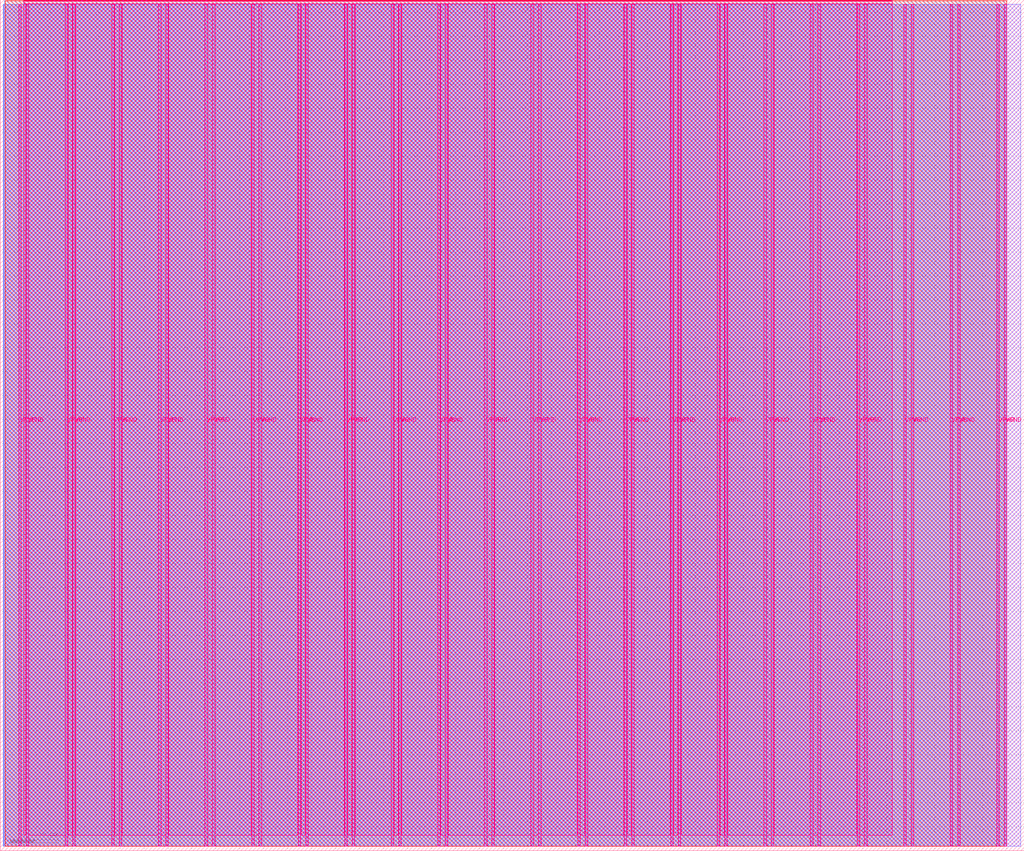
<source format=lef>
VERSION 5.7 ;
  NOWIREEXTENSIONATPIN ON ;
  DIVIDERCHAR "/" ;
  BUSBITCHARS "[]" ;
MACRO tt_um_kianV_rv32ima_uLinux_SoC
  CLASS BLOCK ;
  FOREIGN tt_um_kianV_rv32ima_uLinux_SoC ;
  ORIGIN 0.000 0.000 ;
  SIZE 854.400 BY 710.640 ;
  PIN VGND
    DIRECTION INOUT ;
    USE GROUND ;
    PORT
      LAYER Metal5 ;
        RECT 21.580 3.560 23.780 707.080 ;
    END
    PORT
      LAYER Metal5 ;
        RECT 60.450 3.560 62.650 707.080 ;
    END
    PORT
      LAYER Metal5 ;
        RECT 99.320 3.560 101.520 707.080 ;
    END
    PORT
      LAYER Metal5 ;
        RECT 138.190 3.560 140.390 707.080 ;
    END
    PORT
      LAYER Metal5 ;
        RECT 177.060 3.560 179.260 707.080 ;
    END
    PORT
      LAYER Metal5 ;
        RECT 215.930 3.560 218.130 707.080 ;
    END
    PORT
      LAYER Metal5 ;
        RECT 254.800 3.560 257.000 707.080 ;
    END
    PORT
      LAYER Metal5 ;
        RECT 293.670 3.560 295.870 707.080 ;
    END
    PORT
      LAYER Metal5 ;
        RECT 332.540 3.560 334.740 707.080 ;
    END
    PORT
      LAYER Metal5 ;
        RECT 371.410 3.560 373.610 707.080 ;
    END
    PORT
      LAYER Metal5 ;
        RECT 410.280 3.560 412.480 707.080 ;
    END
    PORT
      LAYER Metal5 ;
        RECT 449.150 3.560 451.350 707.080 ;
    END
    PORT
      LAYER Metal5 ;
        RECT 488.020 3.560 490.220 707.080 ;
    END
    PORT
      LAYER Metal5 ;
        RECT 526.890 3.560 529.090 707.080 ;
    END
    PORT
      LAYER Metal5 ;
        RECT 565.760 3.560 567.960 707.080 ;
    END
    PORT
      LAYER Metal5 ;
        RECT 604.630 3.560 606.830 707.080 ;
    END
    PORT
      LAYER Metal5 ;
        RECT 643.500 3.560 645.700 707.080 ;
    END
    PORT
      LAYER Metal5 ;
        RECT 682.370 3.560 684.570 707.080 ;
    END
    PORT
      LAYER Metal5 ;
        RECT 721.240 3.560 723.440 707.080 ;
    END
    PORT
      LAYER Metal5 ;
        RECT 760.110 3.560 762.310 707.080 ;
    END
    PORT
      LAYER Metal5 ;
        RECT 798.980 3.560 801.180 707.080 ;
    END
    PORT
      LAYER Metal5 ;
        RECT 837.850 3.560 840.050 707.080 ;
    END
  END VGND
  PIN VPWR
    DIRECTION INOUT ;
    USE POWER ;
    PORT
      LAYER Metal5 ;
        RECT 15.380 3.560 17.580 707.080 ;
    END
    PORT
      LAYER Metal5 ;
        RECT 54.250 3.560 56.450 707.080 ;
    END
    PORT
      LAYER Metal5 ;
        RECT 93.120 3.560 95.320 707.080 ;
    END
    PORT
      LAYER Metal5 ;
        RECT 131.990 3.560 134.190 707.080 ;
    END
    PORT
      LAYER Metal5 ;
        RECT 170.860 3.560 173.060 707.080 ;
    END
    PORT
      LAYER Metal5 ;
        RECT 209.730 3.560 211.930 707.080 ;
    END
    PORT
      LAYER Metal5 ;
        RECT 248.600 3.560 250.800 707.080 ;
    END
    PORT
      LAYER Metal5 ;
        RECT 287.470 3.560 289.670 707.080 ;
    END
    PORT
      LAYER Metal5 ;
        RECT 326.340 3.560 328.540 707.080 ;
    END
    PORT
      LAYER Metal5 ;
        RECT 365.210 3.560 367.410 707.080 ;
    END
    PORT
      LAYER Metal5 ;
        RECT 404.080 3.560 406.280 707.080 ;
    END
    PORT
      LAYER Metal5 ;
        RECT 442.950 3.560 445.150 707.080 ;
    END
    PORT
      LAYER Metal5 ;
        RECT 481.820 3.560 484.020 707.080 ;
    END
    PORT
      LAYER Metal5 ;
        RECT 520.690 3.560 522.890 707.080 ;
    END
    PORT
      LAYER Metal5 ;
        RECT 559.560 3.560 561.760 707.080 ;
    END
    PORT
      LAYER Metal5 ;
        RECT 598.430 3.560 600.630 707.080 ;
    END
    PORT
      LAYER Metal5 ;
        RECT 637.300 3.560 639.500 707.080 ;
    END
    PORT
      LAYER Metal5 ;
        RECT 676.170 3.560 678.370 707.080 ;
    END
    PORT
      LAYER Metal5 ;
        RECT 715.040 3.560 717.240 707.080 ;
    END
    PORT
      LAYER Metal5 ;
        RECT 753.910 3.560 756.110 707.080 ;
    END
    PORT
      LAYER Metal5 ;
        RECT 792.780 3.560 794.980 707.080 ;
    END
    PORT
      LAYER Metal5 ;
        RECT 831.650 3.560 833.850 707.080 ;
    END
  END VPWR
  PIN clk
    DIRECTION INPUT ;
    USE SIGNAL ;
    ANTENNAGATEAREA 1.430000 ;
    ANTENNADIFFAREA 4.030800 ;
    PORT
      LAYER Metal5 ;
        RECT 187.050 709.640 187.350 710.640 ;
    END
  END clk
  PIN ena
    DIRECTION INPUT ;
    USE SIGNAL ;
    PORT
      LAYER Metal5 ;
        RECT 190.890 709.640 191.190 710.640 ;
    END
  END ena
  PIN rst_n
    DIRECTION INPUT ;
    USE SIGNAL ;
    ANTENNAGATEAREA 0.314600 ;
    PORT
      LAYER Metal5 ;
        RECT 183.210 709.640 183.510 710.640 ;
    END
  END rst_n
  PIN ui_in[0]
    DIRECTION INPUT ;
    USE SIGNAL ;
    ANTENNAGATEAREA 0.213200 ;
    PORT
      LAYER Metal5 ;
        RECT 179.370 709.640 179.670 710.640 ;
    END
  END ui_in[0]
  PIN ui_in[1]
    DIRECTION INPUT ;
    USE SIGNAL ;
    ANTENNAGATEAREA 0.180700 ;
    PORT
      LAYER Metal5 ;
        RECT 175.530 709.640 175.830 710.640 ;
    END
  END ui_in[1]
  PIN ui_in[2]
    DIRECTION INPUT ;
    USE SIGNAL ;
    ANTENNAGATEAREA 0.213200 ;
    PORT
      LAYER Metal5 ;
        RECT 171.690 709.640 171.990 710.640 ;
    END
  END ui_in[2]
  PIN ui_in[3]
    DIRECTION INPUT ;
    USE SIGNAL ;
    ANTENNAGATEAREA 0.213200 ;
    PORT
      LAYER Metal5 ;
        RECT 167.850 709.640 168.150 710.640 ;
    END
  END ui_in[3]
  PIN ui_in[4]
    DIRECTION INPUT ;
    USE SIGNAL ;
    ANTENNAGATEAREA 0.213200 ;
    PORT
      LAYER Metal5 ;
        RECT 164.010 709.640 164.310 710.640 ;
    END
  END ui_in[4]
  PIN ui_in[5]
    DIRECTION INPUT ;
    USE SIGNAL ;
    ANTENNAGATEAREA 0.213200 ;
    PORT
      LAYER Metal5 ;
        RECT 160.170 709.640 160.470 710.640 ;
    END
  END ui_in[5]
  PIN ui_in[6]
    DIRECTION INPUT ;
    USE SIGNAL ;
    ANTENNAGATEAREA 0.213200 ;
    PORT
      LAYER Metal5 ;
        RECT 156.330 709.640 156.630 710.640 ;
    END
  END ui_in[6]
  PIN ui_in[7]
    DIRECTION INPUT ;
    USE SIGNAL ;
    ANTENNAGATEAREA 0.213200 ;
    PORT
      LAYER Metal5 ;
        RECT 152.490 709.640 152.790 710.640 ;
    END
  END ui_in[7]
  PIN uio_in[0]
    DIRECTION INPUT ;
    USE SIGNAL ;
    PORT
      LAYER Metal5 ;
        RECT 148.650 709.640 148.950 710.640 ;
    END
  END uio_in[0]
  PIN uio_in[1]
    DIRECTION INPUT ;
    USE SIGNAL ;
    ANTENNAGATEAREA 0.213200 ;
    PORT
      LAYER Metal5 ;
        RECT 144.810 709.640 145.110 710.640 ;
    END
  END uio_in[1]
  PIN uio_in[2]
    DIRECTION INPUT ;
    USE SIGNAL ;
    ANTENNAGATEAREA 0.314600 ;
    PORT
      LAYER Metal5 ;
        RECT 140.970 709.640 141.270 710.640 ;
    END
  END uio_in[2]
  PIN uio_in[3]
    DIRECTION INPUT ;
    USE SIGNAL ;
    PORT
      LAYER Metal5 ;
        RECT 137.130 709.640 137.430 710.640 ;
    END
  END uio_in[3]
  PIN uio_in[4]
    DIRECTION INPUT ;
    USE SIGNAL ;
    ANTENNAGATEAREA 0.213200 ;
    PORT
      LAYER Metal5 ;
        RECT 133.290 709.640 133.590 710.640 ;
    END
  END uio_in[4]
  PIN uio_in[5]
    DIRECTION INPUT ;
    USE SIGNAL ;
    ANTENNAGATEAREA 0.213200 ;
    PORT
      LAYER Metal5 ;
        RECT 129.450 709.640 129.750 710.640 ;
    END
  END uio_in[5]
  PIN uio_in[6]
    DIRECTION INPUT ;
    USE SIGNAL ;
    PORT
      LAYER Metal5 ;
        RECT 125.610 709.640 125.910 710.640 ;
    END
  END uio_in[6]
  PIN uio_in[7]
    DIRECTION INPUT ;
    USE SIGNAL ;
    PORT
      LAYER Metal5 ;
        RECT 121.770 709.640 122.070 710.640 ;
    END
  END uio_in[7]
  PIN uio_oe[0]
    DIRECTION OUTPUT ;
    USE SIGNAL ;
    ANTENNADIFFAREA 0.392700 ;
    PORT
      LAYER Metal5 ;
        RECT 56.490 709.640 56.790 710.640 ;
    END
  END uio_oe[0]
  PIN uio_oe[1]
    DIRECTION OUTPUT ;
    USE SIGNAL ;
    ANTENNAGATEAREA 2.712600 ;
    ANTENNADIFFAREA 8.694000 ;
    PORT
      LAYER Metal5 ;
        RECT 52.650 709.640 52.950 710.640 ;
    END
  END uio_oe[1]
  PIN uio_oe[2]
    DIRECTION OUTPUT ;
    USE SIGNAL ;
    ANTENNADIFFAREA 1.413600 ;
    PORT
      LAYER Metal5 ;
        RECT 48.810 709.640 49.110 710.640 ;
    END
  END uio_oe[2]
  PIN uio_oe[3]
    DIRECTION OUTPUT ;
    USE SIGNAL ;
    ANTENNADIFFAREA 0.392700 ;
    PORT
      LAYER Metal5 ;
        RECT 44.970 709.640 45.270 710.640 ;
    END
  END uio_oe[3]
  PIN uio_oe[4]
    DIRECTION OUTPUT ;
    USE SIGNAL ;
    ANTENNADIFFAREA 1.413600 ;
    PORT
      LAYER Metal5 ;
        RECT 41.130 709.640 41.430 710.640 ;
    END
  END uio_oe[4]
  PIN uio_oe[5]
    DIRECTION OUTPUT ;
    USE SIGNAL ;
    ANTENNAGATEAREA 0.908200 ;
    ANTENNADIFFAREA 0.632400 ;
    PORT
      LAYER Metal5 ;
        RECT 37.290 709.640 37.590 710.640 ;
    END
  END uio_oe[5]
  PIN uio_oe[6]
    DIRECTION OUTPUT ;
    USE SIGNAL ;
    ANTENNADIFFAREA 0.392700 ;
    PORT
      LAYER Metal5 ;
        RECT 33.450 709.640 33.750 710.640 ;
    END
  END uio_oe[6]
  PIN uio_oe[7]
    DIRECTION OUTPUT ;
    USE SIGNAL ;
    ANTENNADIFFAREA 0.392700 ;
    PORT
      LAYER Metal5 ;
        RECT 29.610 709.640 29.910 710.640 ;
    END
  END uio_oe[7]
  PIN uio_out[0]
    DIRECTION OUTPUT ;
    USE SIGNAL ;
    ANTENNAGATEAREA 3.892200 ;
    ANTENNADIFFAREA 12.724800 ;
    PORT
      LAYER Metal5 ;
        RECT 87.210 709.640 87.510 710.640 ;
    END
  END uio_out[0]
  PIN uio_out[1]
    DIRECTION OUTPUT ;
    USE SIGNAL ;
    ANTENNADIFFAREA 1.413600 ;
    PORT
      LAYER Metal5 ;
        RECT 83.370 709.640 83.670 710.640 ;
    END
  END uio_out[1]
  PIN uio_out[2]
    DIRECTION OUTPUT ;
    USE SIGNAL ;
    ANTENNADIFFAREA 1.413600 ;
    PORT
      LAYER Metal5 ;
        RECT 79.530 709.640 79.830 710.640 ;
    END
  END uio_out[2]
  PIN uio_out[3]
    DIRECTION OUTPUT ;
    USE SIGNAL ;
    ANTENNADIFFAREA 1.413600 ;
    PORT
      LAYER Metal5 ;
        RECT 75.690 709.640 75.990 710.640 ;
    END
  END uio_out[3]
  PIN uio_out[4]
    DIRECTION OUTPUT ;
    USE SIGNAL ;
    ANTENNADIFFAREA 1.413600 ;
    PORT
      LAYER Metal5 ;
        RECT 71.850 709.640 72.150 710.640 ;
    END
  END uio_out[4]
  PIN uio_out[5]
    DIRECTION OUTPUT ;
    USE SIGNAL ;
    ANTENNADIFFAREA 1.413600 ;
    PORT
      LAYER Metal5 ;
        RECT 68.010 709.640 68.310 710.640 ;
    END
  END uio_out[5]
  PIN uio_out[6]
    DIRECTION OUTPUT ;
    USE SIGNAL ;
    ANTENNAGATEAREA 1.326000 ;
    ANTENNADIFFAREA 4.663200 ;
    PORT
      LAYER Metal5 ;
        RECT 64.170 709.640 64.470 710.640 ;
    END
  END uio_out[6]
  PIN uio_out[7]
    DIRECTION OUTPUT ;
    USE SIGNAL ;
    ANTENNAGATEAREA 0.109200 ;
    ANTENNADIFFAREA 0.632400 ;
    PORT
      LAYER Metal5 ;
        RECT 60.330 709.640 60.630 710.640 ;
    END
  END uio_out[7]
  PIN uo_out[0]
    DIRECTION OUTPUT ;
    USE SIGNAL ;
    ANTENNADIFFAREA 1.023000 ;
    PORT
      LAYER Metal5 ;
        RECT 117.930 709.640 118.230 710.640 ;
    END
  END uo_out[0]
  PIN uo_out[1]
    DIRECTION OUTPUT ;
    USE SIGNAL ;
    ANTENNADIFFAREA 1.023000 ;
    PORT
      LAYER Metal5 ;
        RECT 114.090 709.640 114.390 710.640 ;
    END
  END uo_out[1]
  PIN uo_out[2]
    DIRECTION OUTPUT ;
    USE SIGNAL ;
    ANTENNADIFFAREA 0.677200 ;
    PORT
      LAYER Metal5 ;
        RECT 110.250 709.640 110.550 710.640 ;
    END
  END uo_out[2]
  PIN uo_out[3]
    DIRECTION OUTPUT ;
    USE SIGNAL ;
    ANTENNADIFFAREA 0.677200 ;
    PORT
      LAYER Metal5 ;
        RECT 106.410 709.640 106.710 710.640 ;
    END
  END uo_out[3]
  PIN uo_out[4]
    DIRECTION OUTPUT ;
    USE SIGNAL ;
    ANTENNADIFFAREA 1.023000 ;
    PORT
      LAYER Metal5 ;
        RECT 102.570 709.640 102.870 710.640 ;
    END
  END uo_out[4]
  PIN uo_out[5]
    DIRECTION OUTPUT ;
    USE SIGNAL ;
    ANTENNADIFFAREA 0.677200 ;
    PORT
      LAYER Metal5 ;
        RECT 98.730 709.640 99.030 710.640 ;
    END
  END uo_out[5]
  PIN uo_out[6]
    DIRECTION OUTPUT ;
    USE SIGNAL ;
    ANTENNADIFFAREA 0.677200 ;
    PORT
      LAYER Metal5 ;
        RECT 94.890 709.640 95.190 710.640 ;
    END
  END uo_out[6]
  PIN uo_out[7]
    DIRECTION OUTPUT ;
    USE SIGNAL ;
    ANTENNADIFFAREA 0.677200 ;
    PORT
      LAYER Metal5 ;
        RECT 91.050 709.640 91.350 710.640 ;
    END
  END uo_out[7]
  OBS
      LAYER GatPoly ;
        RECT 2.880 3.630 851.520 707.010 ;
      LAYER Metal1 ;
        RECT 2.880 3.560 851.520 707.080 ;
      LAYER Metal2 ;
        RECT 2.605 3.680 839.915 706.960 ;
      LAYER Metal3 ;
        RECT 3.260 3.635 839.870 709.945 ;
      LAYER Metal4 ;
        RECT 4.175 3.680 839.915 709.900 ;
      LAYER Metal5 ;
        RECT 19.580 709.430 29.400 710.240 ;
        RECT 30.120 709.430 33.240 710.240 ;
        RECT 33.960 709.430 37.080 710.240 ;
        RECT 37.800 709.430 40.920 710.240 ;
        RECT 41.640 709.430 44.760 710.240 ;
        RECT 45.480 709.430 48.600 710.240 ;
        RECT 49.320 709.430 52.440 710.240 ;
        RECT 53.160 709.430 56.280 710.240 ;
        RECT 57.000 709.430 60.120 710.240 ;
        RECT 60.840 709.430 63.960 710.240 ;
        RECT 64.680 709.430 67.800 710.240 ;
        RECT 68.520 709.430 71.640 710.240 ;
        RECT 72.360 709.430 75.480 710.240 ;
        RECT 76.200 709.430 79.320 710.240 ;
        RECT 80.040 709.430 83.160 710.240 ;
        RECT 83.880 709.430 87.000 710.240 ;
        RECT 87.720 709.430 90.840 710.240 ;
        RECT 91.560 709.430 94.680 710.240 ;
        RECT 95.400 709.430 98.520 710.240 ;
        RECT 99.240 709.430 102.360 710.240 ;
        RECT 103.080 709.430 106.200 710.240 ;
        RECT 106.920 709.430 110.040 710.240 ;
        RECT 110.760 709.430 113.880 710.240 ;
        RECT 114.600 709.430 117.720 710.240 ;
        RECT 118.440 709.430 121.560 710.240 ;
        RECT 122.280 709.430 125.400 710.240 ;
        RECT 126.120 709.430 129.240 710.240 ;
        RECT 129.960 709.430 133.080 710.240 ;
        RECT 133.800 709.430 136.920 710.240 ;
        RECT 137.640 709.430 140.760 710.240 ;
        RECT 141.480 709.430 144.600 710.240 ;
        RECT 145.320 709.430 148.440 710.240 ;
        RECT 149.160 709.430 152.280 710.240 ;
        RECT 153.000 709.430 156.120 710.240 ;
        RECT 156.840 709.430 159.960 710.240 ;
        RECT 160.680 709.430 163.800 710.240 ;
        RECT 164.520 709.430 167.640 710.240 ;
        RECT 168.360 709.430 171.480 710.240 ;
        RECT 172.200 709.430 175.320 710.240 ;
        RECT 176.040 709.430 179.160 710.240 ;
        RECT 179.880 709.430 183.000 710.240 ;
        RECT 183.720 709.430 186.840 710.240 ;
        RECT 187.560 709.430 190.680 710.240 ;
        RECT 191.400 709.430 744.580 710.240 ;
        RECT 19.580 707.290 744.580 709.430 ;
        RECT 19.580 12.875 21.370 707.290 ;
        RECT 23.990 12.875 54.040 707.290 ;
        RECT 56.660 12.875 60.240 707.290 ;
        RECT 62.860 12.875 92.910 707.290 ;
        RECT 95.530 12.875 99.110 707.290 ;
        RECT 101.730 12.875 131.780 707.290 ;
        RECT 134.400 12.875 137.980 707.290 ;
        RECT 140.600 12.875 170.650 707.290 ;
        RECT 173.270 12.875 176.850 707.290 ;
        RECT 179.470 12.875 209.520 707.290 ;
        RECT 212.140 12.875 215.720 707.290 ;
        RECT 218.340 12.875 248.390 707.290 ;
        RECT 251.010 12.875 254.590 707.290 ;
        RECT 257.210 12.875 287.260 707.290 ;
        RECT 289.880 12.875 293.460 707.290 ;
        RECT 296.080 12.875 326.130 707.290 ;
        RECT 328.750 12.875 332.330 707.290 ;
        RECT 334.950 12.875 365.000 707.290 ;
        RECT 367.620 12.875 371.200 707.290 ;
        RECT 373.820 12.875 403.870 707.290 ;
        RECT 406.490 12.875 410.070 707.290 ;
        RECT 412.690 12.875 442.740 707.290 ;
        RECT 445.360 12.875 448.940 707.290 ;
        RECT 451.560 12.875 481.610 707.290 ;
        RECT 484.230 12.875 487.810 707.290 ;
        RECT 490.430 12.875 520.480 707.290 ;
        RECT 523.100 12.875 526.680 707.290 ;
        RECT 529.300 12.875 559.350 707.290 ;
        RECT 561.970 12.875 565.550 707.290 ;
        RECT 568.170 12.875 598.220 707.290 ;
        RECT 600.840 12.875 604.420 707.290 ;
        RECT 607.040 12.875 637.090 707.290 ;
        RECT 639.710 12.875 643.290 707.290 ;
        RECT 645.910 12.875 675.960 707.290 ;
        RECT 678.580 12.875 682.160 707.290 ;
        RECT 684.780 12.875 714.830 707.290 ;
        RECT 717.450 12.875 721.030 707.290 ;
        RECT 723.650 12.875 744.580 707.290 ;
  END
END tt_um_kianV_rv32ima_uLinux_SoC
END LIBRARY


</source>
